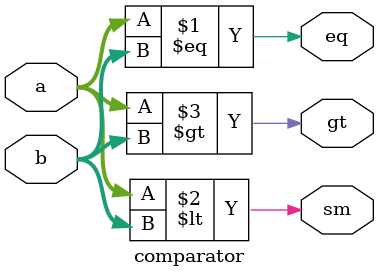
<source format=v>
`timescale 1ns / 1ps


module comparator (a,b,eq,sm,gt);

input [3:0] a,b;
output eq,sm,gt;

assign eq = (a==b);
assign sm = (a<b);
assign gt = (a>b);

endmodule

</source>
